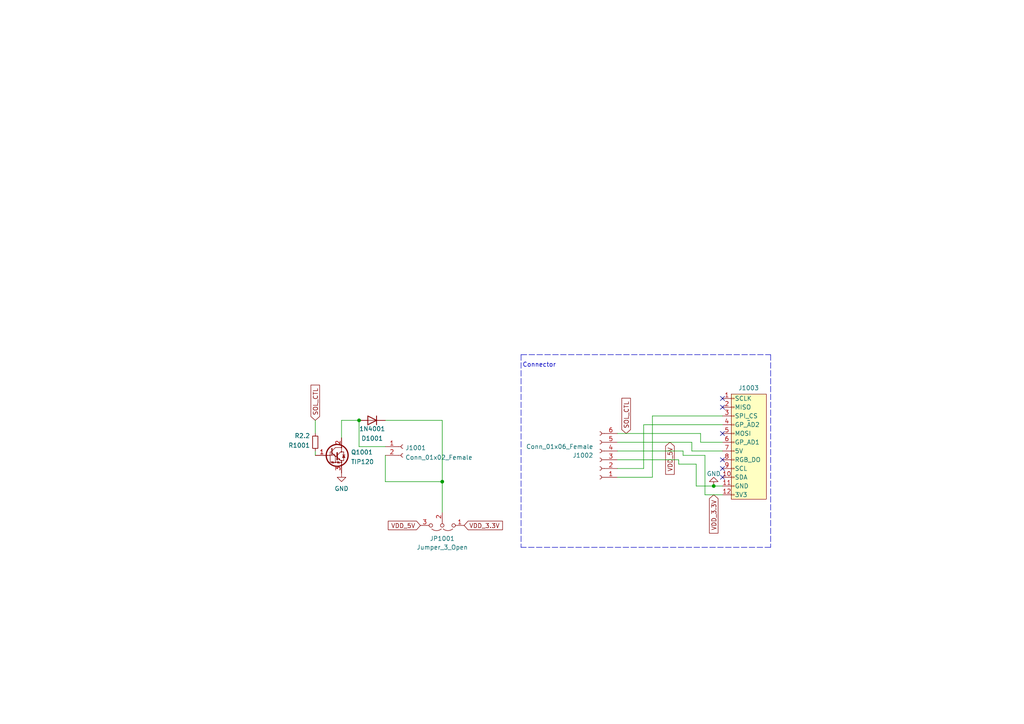
<source format=kicad_sch>
(kicad_sch (version 20231120) (generator "eeschema") (generator_version "8.0")
  (paper "A4")
  (title_block (company "bastard keyboards") (comment 4 "Copyright Quentin Lebastard"))
  (lib_symbols
    (symbol "Connector:Conn_01x02_Female" (pin_names (offset 1.016) hide)
      (property "Reference" "J" (at 0 2.54 0))
      (property "Value" "Conn_01x02_Female" (at 0 -5.08 0))
      (symbol "Conn_01x02_Female_1_1"
        (arc (start 0 -2.032) (mid -0.5058 -2.54) (end 0 -3.048) (stroke (width 0.1524)))
        (polyline (pts (xy -1.27 -2.54) (xy -0.508 -2.54)) (stroke (width 0.1524)))
        (polyline (pts (xy -1.27 0) (xy -0.508 0)) (stroke (width 0.1524)))
        (arc (start 0 0.508) (mid -0.5058 0) (end 0 -0.508) (stroke (width 0.1524)))
        (pin passive line (at -5.08 0 0) (length 3.81) (name "Pin_1") (number "1"))
        (pin passive line (at -5.08 -2.54 0) (length 3.81) (name "Pin_2") (number "2"))
      )
    )
    (symbol "Connector:Conn_01x06_Female" (pin_names (offset 1.016) hide)
      (property "Reference" "J" (at 0 7.62 0))
      (property "Value" "Conn_01x06_Female" (at 0 -10.16 0))
      (symbol "Conn_01x06_Female_1_1"
        (arc (start 0 -7.112) (mid -0.5058 -7.62) (end 0 -8.128) (stroke (width 0.1524)))
        (arc (start 0 -4.572) (mid -0.5058 -5.08) (end 0 -5.588) (stroke (width 0.1524)))
        (arc (start 0 -2.032) (mid -0.5058 -2.54) (end 0 -3.048) (stroke (width 0.1524)))
        (polyline (pts (xy -1.27 -7.62) (xy -0.508 -7.62)) (stroke (width 0.1524)))
        (polyline (pts (xy -1.27 -5.08) (xy -0.508 -5.08)) (stroke (width 0.1524)))
        (polyline (pts (xy -1.27 -2.54) (xy -0.508 -2.54)) (stroke (width 0.1524)))
        (polyline (pts (xy -1.27 0) (xy -0.508 0)) (stroke (width 0.1524)))
        (polyline (pts (xy -1.27 2.54) (xy -0.508 2.54)) (stroke (width 0.1524)))
        (polyline (pts (xy -1.27 5.08) (xy -0.508 5.08)) (stroke (width 0.1524)))
        (arc (start 0 0.508) (mid -0.5058 0) (end 0 -0.508) (stroke (width 0.1524)))
        (arc (start 0 3.048) (mid -0.5058 2.54) (end 0 2.032) (stroke (width 0.1524)))
        (arc (start 0 5.588) (mid -0.5058 5.08) (end 0 4.572) (stroke (width 0.1524)))
        (pin passive line (at -5.08 5.08 0) (length 3.81) (name "Pin_1") (number "1"))
        (pin passive line (at -5.08 2.54 0) (length 3.81) (name "Pin_2") (number "2"))
        (pin passive line (at -5.08 0 0) (length 3.81) (name "Pin_3") (number "3"))
        (pin passive line (at -5.08 -2.54 0) (length 3.81) (name "Pin_4") (number "4"))
        (pin passive line (at -5.08 -5.08 0) (length 3.81) (name "Pin_5") (number "5"))
        (pin passive line (at -5.08 -7.62 0) (length 3.81) (name "Pin_6") (number "6"))
      )
    )
    (symbol "Device:R_Small" (pin_numbers hide) (pin_names (offset 0.254) hide)
      (property "Reference" "R" (at 0.762 0.508 0))
      (property "Value" "R_Small" (at 0.762 -1.016 0))
      (symbol "R_Small_0_1"
        (rectangle (start -0.762 1.778) (end 0.762 -1.778) (stroke (width 0.2032)))
      )
      (symbol "R_Small_1_1"
        (pin passive line (at 0 2.54 270) (length 0.762) (name "~") (number "1"))
        (pin passive line (at 0 -2.54 90) (length 0.762) (name "~") (number "2"))
      )
    )
    (symbol "Diode:1N4001" (pin_numbers hide) (pin_names (offset 1.016) hide)
      (property "Reference" "D" (at 0 2.54 0))
      (property "Value" "1N4001" (at 0 -2.54 0))
      (symbol "1N4001_0_1"
        (polyline (pts (xy -1.27 1.27) (xy -1.27 -1.27)) (stroke (width 0.254)))
        (polyline (pts (xy 1.27 0) (xy -1.27 0)))
        (polyline (pts (xy 1.27 1.27) (xy 1.27 -1.27) (xy -1.27 0) (xy 1.27 1.27)) (stroke (width 0.254)))
      )
      (symbol "1N4001_1_1"
        (pin passive line (at -3.81 0 0) (length 2.54) (name "K") (number "1"))
        (pin passive line (at 3.81 0 180) (length 2.54) (name "A") (number "2"))
      )
    )
    (symbol "Jumper:Jumper_3_Open" (pin_names (offset 0) hide) (exclude_from_sim yes) (in_bom no)
      (property "Reference" "JP" (at -2.54 -2.54 0))
      (property "Value" "Jumper_3_Open" (at 0 2.794 0))
      (symbol "Jumper_3_Open_0_0"
        (circle (center -3.302 0) (radius 0.508))
        (circle (center 0 0) (radius 0.508))
        (circle (center 3.302 0) (radius 0.508))
      )
      (symbol "Jumper_3_Open_0_1"
        (arc (start -0.254 1.016) (mid -1.651 1.4992) (end -3.048 1.016))
        (polyline (pts (xy 0 -0.508) (xy 0 -1.27)))
        (arc (start 3.048 1.016) (mid 1.651 1.4992) (end 0.254 1.016))
      )
      (symbol "Jumper_3_Open_1_1"
        (pin passive line (at -6.35 0 0) (length 2.54) (name "A") (number "1"))
        (pin passive line (at 0 -3.81 90) (length 2.54) (name "C") (number "2"))
        (pin passive line (at 6.35 0 180) (length 2.54) (name "B") (number "3"))
      )
    )
    (symbol "Transistor_BJT:TIP120" (pin_names (offset 0) hide)
      (property "Reference" "Q" (at 5.08 1.905 0))
      (property "Value" "TIP120" (at 5.08 0 0))
      (symbol "TIP120_0_1"
        (circle (center -0.762 0) (radius 0.127))
        (polyline (pts (xy -1.27 0) (xy -0.889 0)))
        (polyline (pts (xy 2.54 -2.032) (xy 2.54 -2.54)))
        (polyline (pts (xy 2.54 -1.524) (xy 3.175 -1.524)))
        (polyline (pts (xy 2.794 0.127) (xy 3.556 0.127)))
        (polyline (pts (xy 3.175 -0.635) (xy 3.175 -1.524)))
        (polyline (pts (xy 3.175 1.016) (xy 2.54 1.016)))
        (polyline (pts (xy 3.175 1.016) (xy 3.175 0.127)))
        (polyline (pts (xy -0.254 0.762) (xy 0.762 -0.254) (xy 1.27 -0.254)))
        (polyline (pts (xy -0.254 1.016) (xy -0.762 1.016) (xy -0.762 -2.032)))
        (polyline (pts (xy -0.254 1.27) (xy 0.762 2.286) (xy 2.54 2.286)))
        (polyline (pts (xy -0.254 2.032) (xy -0.254 0) (xy -0.254 0)) (stroke (width 0.3048)))
        (polyline (pts (xy 1.27 0.762) (xy 1.27 -1.27) (xy 1.27 -1.27)) (stroke (width 0.381)))
        (polyline (pts (xy 0.635 -0.127) (xy 0.381 0.381) (xy 0.127 0.127) (xy 0.635 -0.127)))
        (polyline (pts (xy 1.27 -0.508) (xy 2.286 -1.524) (xy 2.54 -1.524) (xy 2.54 -2.032)))
        (polyline (pts (xy 1.27 0) (xy 2.286 1.016) (xy 2.54 1.016) (xy 2.54 2.286)))
        (polyline (pts (xy 2.159 -1.397) (xy 1.905 -0.889) (xy 1.651 -1.143) (xy 2.159 -1.397)))
        (polyline (pts (xy 3.175 0.127) (xy 2.794 -0.635) (xy 3.556 -0.635) (xy 3.175 0.127)) (fill (type outline)))
        (polyline (pts (xy 0.762 -2.032) (xy 0.381 -2.032) (xy 0.254 -2.286) (xy 0.127 -1.778) (xy 0 -2.286) (xy -0.127 -1.778) (xy -0.254 -2.286) (xy -0.381 -1.778) (xy -0.508 -2.032) (xy -0.762 -2.032)))
        (polyline (pts (xy 0.762 -0.254) (xy 0.762 -2.032) (xy 1.143 -2.032) (xy 1.27 -1.778) (xy 1.397 -2.286) (xy 1.524 -1.778) (xy 1.651 -2.286) (xy 1.778 -1.778) (xy 1.905 -2.286) (xy 2.032 -2.032) (xy 2.54 -2.032)))
        (circle (center 0.762 -2.032) (radius 0.127))
        (circle (center 0.762 -0.254) (radius 0.127))
        (circle (center 1.27 0) (radius 3.175) (stroke (width 0.3556)))
        (circle (center 2.54 -2.032) (radius 0.127))
        (circle (center 2.54 -1.524) (radius 0.127))
        (circle (center 2.54 1.016) (radius 0.127))
        (circle (center 2.54 2.286) (radius 0.127))
      )
      (symbol "TIP120_1_1"
        (pin input line (at -5.08 0 0) (length 3.81) (name "B") (number "1"))
        (pin passive line (at 2.54 5.08 270) (length 2.667) (name "C") (number "2"))
        (pin passive line (at 2.54 -5.08 90) (length 2.54) (name "E") (number "3"))
      )
    )
    (symbol "power:GND" (power) (pin_names (offset 0))
      (property "Value" "GND" (at 0 -3.81 0))
      (symbol "GND_0_1"
        (polyline (pts (xy 0 0) (xy 0 -1.27) (xy 1.27 -1.27) (xy 0 -2.54) (xy -1.27 -1.27) (xy 0 -1.27)))
      )
      (symbol "GND_1_1"
        (pin power_in line (at 0 0 270) (length 0) hide (name "GND") (number "1"))
      )
    )
    (symbol "vik:vik-module-connector" (pin_names (offset 1))
      (property "Reference" "J" (at 0 15.875 0))
      (symbol "vik-module-connector_1_1"
        (rectangle (start -5.08 13.97) (end 5.08 -16.51) (fill (type background)))
        (rectangle (start -5.0546 -15.113) (end -4.191 -15.367) (stroke (width 0.1)))
        (rectangle (start -5.0546 -12.573) (end -4.191 -12.827) (stroke (width 0.1)))
        (rectangle (start -5.0546 -10.033) (end -4.191 -10.287) (stroke (width 0.1)))
        (rectangle (start -5.0546 -7.493) (end -4.191 -7.747) (stroke (width 0.1)))
        (rectangle (start -5.0546 -4.953) (end -4.191 -5.207) (stroke (width 0.1)))
        (rectangle (start -5.0546 -2.413) (end -4.191 -2.667) (stroke (width 0.1)))
        (rectangle (start -5.0546 0.127) (end -4.191 -0.127) (stroke (width 0.1)))
        (rectangle (start -5.0546 2.667) (end -4.191 2.413) (stroke (width 0.1)))
        (rectangle (start -5.0546 5.207) (end -4.191 4.953) (stroke (width 0.1)))
        (rectangle (start -5.0546 7.747) (end -4.191 7.493) (stroke (width 0.1)))
        (rectangle (start -5.0546 10.287) (end -4.191 10.033) (stroke (width 0.1)))
        (rectangle (start -5.0546 12.827) (end -4.191 12.573) (stroke (width 0.1)))
        (pin output line (at -7.62 12.7 0) (length 2.54) (name "SCLK") (number "1"))
        (pin bidirectional line (at -7.62 -10.16 0) (length 2.54) (name "SDA") (number "10"))
        (pin power_out line (at -7.62 -12.7 0) (length 2.54) (name "GND") (number "11"))
        (pin power_out line (at -7.62 -15.24 0) (length 2.54) (name "3V3") (number "12"))
        (pin tri_state line (at -7.62 10.16 0) (length 2.54) (name "MISO") (number "2"))
        (pin output line (at -7.62 7.62 0) (length 2.54) (name "SPI_CS") (number "3"))
        (pin bidirectional line (at -7.62 5.08 0) (length 2.54) (name "GP_AD2") (number "4"))
        (pin output line (at -7.62 2.54 0) (length 2.54) (name "MOSI") (number "5"))
        (pin bidirectional line (at -7.62 0 0) (length 2.54) (name "GP_AD1") (number "6"))
        (pin power_out line (at -7.62 -2.54 0) (length 2.54) (name "5V") (number "7"))
        (pin output line (at -7.62 -5.08 0) (length 2.54) (name "RGB_DO") (number "8"))
        (pin bidirectional line (at -7.62 -7.62 0) (length 2.54) (name "SCL") (number "9"))
      )
    )
  )
  (junction (at 104.14 121.92))
  (junction (at 128.27 139.7))
  (junction (at 207.01 140.97))
  (no_connect (at 209.55 138.43))
  (no_connect (at 209.55 133.35))
  (no_connect (at 209.55 135.89))
  (no_connect (at 209.55 125.73))
  (no_connect (at 209.55 115.57))
  (no_connect (at 209.55 118.11))
  (polyline (pts (xy 151.13 102.87) (xy 151.13 158.75)) (stroke (width 0) (type dash)))
  (wire (pts (xy 111.76 121.92) (xy 128.27 121.92)))
  (wire (pts (xy 196.85 134.62) (xy 196.85 133.35)))
  (wire (pts (xy 111.76 132.08) (xy 111.76 139.7)))
  (wire (pts (xy 204.47 132.08) (xy 198.12 132.08)))
  (wire (pts (xy 200.66 128.27) (xy 179.07 128.27)))
  (wire (pts (xy 104.14 129.54) (xy 104.14 121.92)))
  (wire (pts (xy 91.44 121.92) (xy 91.44 125.73)))
  (wire (pts (xy 99.06 121.92) (xy 99.06 127)))
  (wire (pts (xy 196.85 133.35) (xy 179.07 133.35)))
  (polyline (pts (xy 223.52 158.75) (xy 151.13 158.75)) (stroke (width 0) (type dash)))
  (wire (pts (xy 189.23 120.65) (xy 189.23 138.43)))
  (wire (pts (xy 186.69 135.89) (xy 179.07 135.89)))
  (polyline (pts (xy 223.52 102.87) (xy 223.52 158.75)) (stroke (width 0) (type dash)))
  (wire (pts (xy 209.55 120.65) (xy 189.23 120.65)))
  (wire (pts (xy 209.55 128.27) (xy 203.2 128.27)))
  (wire (pts (xy 111.76 129.54) (xy 104.14 129.54)))
  (wire (pts (xy 91.44 130.81) (xy 91.44 132.08)))
  (wire (pts (xy 204.47 143.51) (xy 204.47 132.08)))
  (wire (pts (xy 209.55 123.19) (xy 186.69 123.19)))
  (wire (pts (xy 200.66 130.81) (xy 200.66 128.27)))
  (wire (pts (xy 179.07 125.73) (xy 203.2 125.73)))
  (wire (pts (xy 207.01 140.97) (xy 201.93 140.97)))
  (wire (pts (xy 198.12 130.81) (xy 179.07 130.81)))
  (polyline (pts (xy 151.13 102.87) (xy 223.52 102.87)) (stroke (width 0) (type dash)))
  (wire (pts (xy 198.12 132.08) (xy 198.12 130.81)))
  (wire (pts (xy 128.27 139.7) (xy 128.27 148.59)))
  (wire (pts (xy 201.93 134.62) (xy 196.85 134.62)))
  (wire (pts (xy 128.27 121.92) (xy 128.27 139.7)))
  (wire (pts (xy 209.55 143.51) (xy 204.47 143.51)))
  (wire (pts (xy 209.55 130.81) (xy 200.66 130.81)))
  (wire (pts (xy 111.76 139.7) (xy 128.27 139.7)))
  (wire (pts (xy 99.06 121.92) (xy 104.14 121.92)))
  (wire (pts (xy 189.23 138.43) (xy 179.07 138.43)))
  (wire (pts (xy 201.93 140.97) (xy 201.93 134.62)))
  (wire (pts (xy 186.69 123.19) (xy 186.69 135.89)))
  (wire (pts (xy 209.55 140.97) (xy 207.01 140.97)))
  (wire (pts (xy 203.2 128.27) (xy 203.2 125.73)))
  (text "Connector" (at 161.29 106.68 0) (effects (font (size 1.27 1.27)) (justify right bottom)))
  (global_label "VDD_3.3V" (shape input) (at 134.62 152.4 0) (property "Intersheetrefs" "${INTERSHEET_REFS}" (effects (hide yes))))
  (global_label "SOL_CTL" (shape input) (at 91.44 121.92 90) (property "Intersheetrefs" "${INTERSHEET_REFS}" (effects (hide yes))))
  (global_label "VDD_5V" (shape input) (at 121.92 152.4 180) (property "Intersheetrefs" "${INTERSHEET_REFS}" (effects (hide yes))))
  (global_label "SOL_CTL" (shape input) (at 181.61 125.73 90) (property "Intersheetrefs" "${INTERSHEET_REFS}" (effects (hide yes))))
  (global_label "VDD_5V" (shape input) (at 194.31 128.27 270) (property "Intersheetrefs" "${INTERSHEET_REFS}" (effects (hide yes))))
  (global_label "VDD_3.3V" (shape input) (at 207.01 143.51 270) (property "Intersheetrefs" "${INTERSHEET_REFS}" (effects (hide yes))))
  (symbol (lib_id "vik:vik-module-connector") (at 217.17 128.27 0) (unit 1)
    (property "Reference" "J1003" (at 214.122 112.522 0) (effects (justify left)))
    (property "Value" "~" (at 217.17 121.92 0))
    (property "Footprint" "vik:vik-module-connector-horizontal" (effects (hide yes)))
    (property "LCSC" "C479750" (effects (hide yes)))
  )
  (symbol (lib_id "power:GND") (at 207.01 140.97 180) (unit 1)
    (property "Reference" "#PWR0101" (effects (hide yes)))
    (property "Value" "GND" (at 207.01 137.414 0))
  )
  (symbol (lib_id "Connector:Conn_01x02_Female") (at 116.84 129.54 0) (unit 1)
    (property "Reference" "J1001" (at 117.5512 129.9015 0) (effects (justify left)))
    (property "Value" "Conn_01x02_Female" (at 117.5512 132.6766 0) (effects (justify left)))
    (property "Footprint" "Connector_PinHeader_2.54mm:PinHeader_1x02_P2.54mm_Vertical" (effects (hide yes)))
  )
  (symbol (lib_id "Connector:Conn_01x06_Female") (at 173.99 133.35 180) (unit 1)
    (property "Reference" "J1002" (at 172.085 132.08 0) (effects (justify left)))
    (property "Value" "Conn_01x06_Female" (at 172.085 129.54 0) (effects (justify left)))
    (property "Footprint" "Connector_PinHeader_2.54mm:PinHeader_1x06_P2.54mm_Vertical" (effects (hide yes)))
  )
  (symbol (lib_id "Device:R_Small") (at 91.44 128.27 180) (unit 1)
    (property "Reference" "R1001" (at 89.9414 129.1785 0) (effects (justify left)))
    (property "Value" "R2.2" (at 89.9414 126.4034 0) (effects (justify left)))
    (property "Footprint" "Resistor_THT:R_Axial_DIN0204_L3.6mm_D1.6mm_P7.62mm_Horizontal" (effects (hide yes)))
  )
  (symbol (lib_id "Jumper:Jumper_3_Open") (at 128.27 152.4 180) (unit 1) (exclude_from_sim yes) (in_bom no)
    (property "Reference" "JP1001" (at 128.27 156.21 0))
    (property "Value" "Jumper_3_Open" (at 128.27 158.75 0))
    (property "Footprint" "Jumper:SolderJumper-3_P1.3mm_Open_RoundedPad1.0x1.5mm" (effects (hide yes)))
    (property "Description" "Jumper, 3-pole, both open" (effects (hide yes)))
  )
  (symbol (lib_id "power:GND") (at 99.06 137.16 0) (unit 1)
    (property "Reference" "#PWR01001" (effects (hide yes)))
    (property "Value" "GND" (at 99.06 141.7225 0))
  )
  (symbol (lib_id "Transistor_BJT:TIP120") (at 96.52 132.08 0) (unit 1)
    (property "Reference" "Q1001" (at 101.7778 131.1715 0) (effects (justify left)))
    (property "Value" "TIP120" (at 101.7778 133.9466 0) (effects (justify left)))
    (property "Footprint" "Package_TO_SOT_THT:TO-220-3_Vertical" (effects (hide yes)))
    (property "Datasheet" "https://www.onsemi.com/pub/Collateral/TIP120-D.PDF" (effects (hide yes)))
  )
  (symbol (lib_id "Diode:1N4001") (at 107.95 121.92 180) (unit 1)
    (property "Reference" "D1001" (at 107.95 127.1565 0))
    (property "Value" "1N4001" (at 107.95 124.3814 0))
    (property "Footprint" "Diode_THT:D_DO-41_SOD81_P7.62mm_Horizontal" (effects (hide yes)))
    (property "Datasheet" "http://www.vishay.com/docs/88503/1n4001.pdf" (effects (hide yes)))
  )
)
</source>
